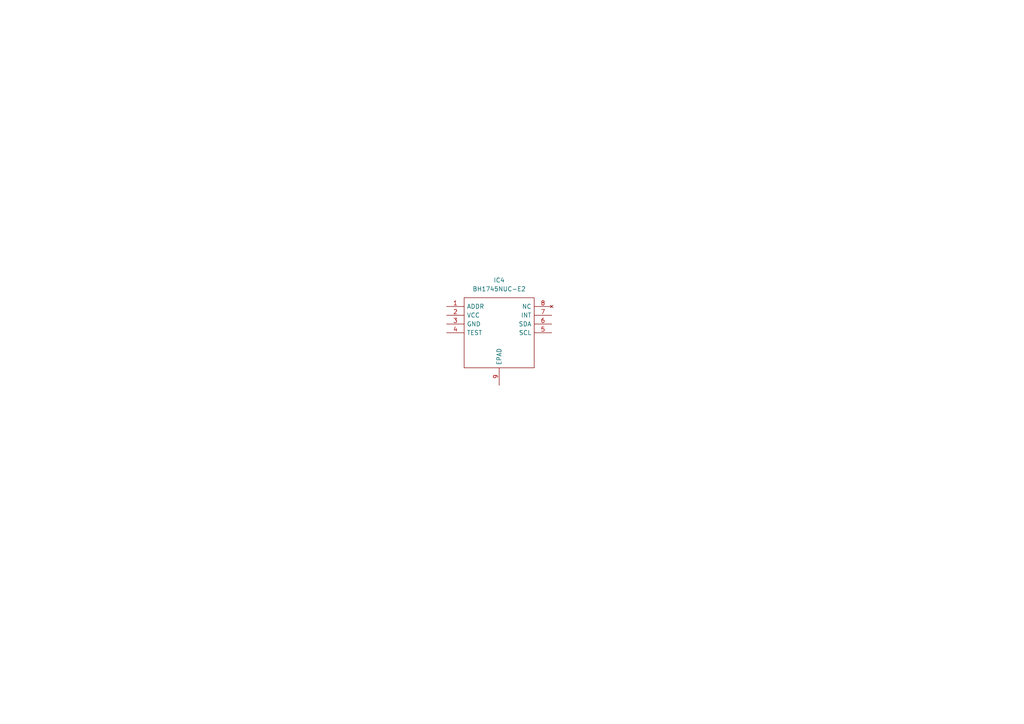
<source format=kicad_sch>
(kicad_sch (version 20230121) (generator eeschema)
  (paper "A4")
  (lib_symbols
    (symbol "BH1745NUC-E2:BH1745NUC-E2" (pin_names (offset 0.762))
      (property "Reference" "IC" (at 26.67 7.62 0))
      (property "Value" "BH1745NUC-E2" (at 26.67 5.08 0))
      (symbol "BH1745NUC-E2_0_0"
        (pin passive line (at 0 0 0) (length 5.08) (name "ADDR") (number "1"))
        (pin passive line (at 0 -2.54 0) (length 5.08) (name "VCC") (number "2"))
        (pin passive line (at 0 -5.08 0) (length 5.08) (name "GND") (number "3"))
        (pin passive line (at 0 -7.62 0) (length 5.08) (name "TEST") (number "4"))
        (pin passive line (at 30.48 -7.62 180) (length 5.08) (name "SCL") (number "5"))
        (pin passive line (at 30.48 -5.08 180) (length 5.08) (name "SDA") (number "6"))
        (pin passive line (at 30.48 -2.54 180) (length 5.08) (name "INT") (number "7"))
        (pin no_connect line (at 30.48 0 180) (length 5.08) (name "NC") (number "8"))
        (pin passive line (at 15.24 -22.86 90) (length 5.08) (name "EPAD") (number "9"))
      )
      (symbol "BH1745NUC-E2_0_1"
        (polyline (pts (xy 5.08 2.54) (xy 25.4 2.54) (xy 25.4 -17.78) (xy 5.08 -17.78) (xy 5.08 2.54)) (stroke (width 0.1524)))
      )
    )
  )
  (symbol (lib_id "BH1745NUC-E2:BH1745NUC-E2") (at 129.54 88.9 0) (unit 1)
    (property "Reference" "IC4" (at 144.78 81.28 0))
    (property "Value" "BH1745NUC-E2" (at 144.78 83.82 0))
    (property "Footprint" "BH1745NUC:SON50P210X200X60-9N" (effects hide))
    (property "Datasheet" "https://datasheet.datasheetarchive.com/originals/distributors/DKDS-10/186653.pdf" (effects hide))
    (property "Description" "Digital 16bit Serial Output Type Color Sensor IC: The BH1745NUC is a 16bit IC digital color sensor IC that detects RGB (Red, Green, Blue) components and converts them into digital values. High sensitivity, wide detection range (0.005 to 40k lx), and excellent IR cut characteristics make it easy to accurately obtain the color temperature and brightness of ambient light, making it ideal for backlight adjustment in TVs, tablets, PCs, and other LCD-equipped applications." (effects hide))
    (property "Height" "0.6" (effects hide))
    (property "Manufacturer_Name" "ROHM Semiconductor" (effects hide))
    (property "Manufacturer_Part_Number" "BH1745NUC-E2" (effects hide))
    (property "Mouser Part Number" "755-BH1745NUC-E2" (effects hide))
    (property "Mouser Price/Stock" "https://www.mouser.co.uk/ProductDetail/ROHM-Semiconductor/BH1745NUC-E2?qs=i60pKoYwXaHu25nkBnByGw%3D%3D" (effects hide))
  )
)
</source>
